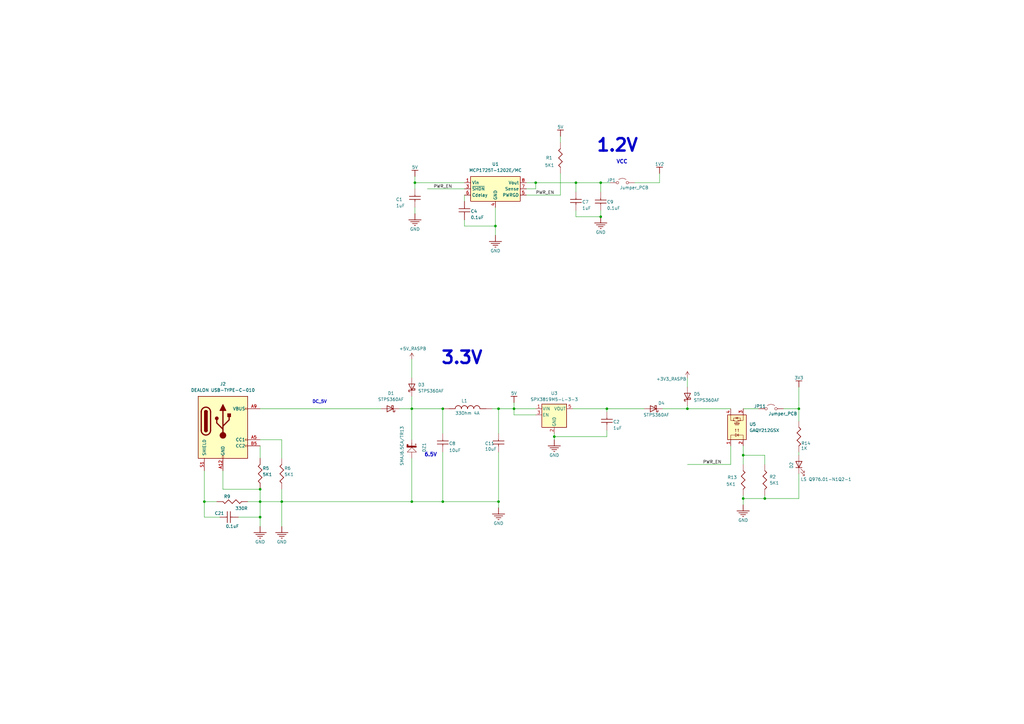
<source format=kicad_sch>
(kicad_sch (version 20231120) (generator "eeschema") (generator_version "8.0")
  (paper "A3")
  (title_block (title "HEXBERRY-V-20Q100") (date "2024-09-19") (rev "1.0") (company "LOGITILES by Hexcape") (comment 1 "Pier Francesco Maria Santi"))
  (lib_symbols
    (symbol "Connector:USB_C_Receptacle_PowerOnly_6P" (pin_names (offset 1.016))
      (property "Reference" "J2" (at 0 17.78 0))
      (property "Value" "DEALON USB-TYPE-C-010" (at 0 15.24 0))
      (symbol "USB_C_Receptacle_PowerOnly_6P_0_0"
        (rectangle (start -0.254 -12.7) (end 0.254 -11.684))
        (rectangle (start 10.16 -7.366) (end 9.144 -7.874))
        (rectangle (start 10.16 -4.826) (end 9.144 -5.334))
        (rectangle (start 10.16 7.874) (end 9.144 7.366))
      )
      (symbol "USB_C_Receptacle_PowerOnly_6P_0_1"
        (rectangle (start -10.16 12.7) (end 10.16 -12.7) (stroke (width 0.254)) (fill (type background)))
        (arc (start -8.89 -1.27) (mid -6.985 -3.1667) (end -5.08 -1.27) (stroke (width 0.508)))
        (arc (start -7.62 -1.27) (mid -6.985 -1.9023) (end -6.35 -1.27) (stroke (width 0.254)))
        (arc (start -7.62 -1.27) (mid -6.985 -1.9023) (end -6.35 -1.27) (stroke (width 0.254)) (fill (type outline)))
        (rectangle (start -7.62 -1.27) (end -6.35 6.35) (stroke (width 0.254)) (fill (type outline)))
        (arc (start -6.35 6.35) (mid -6.985 6.9823) (end -7.62 6.35) (stroke (width 0.254)))
        (arc (start -6.35 6.35) (mid -6.985 6.9823) (end -7.62 6.35) (stroke (width 0.254)) (fill (type outline)))
        (arc (start -5.08 6.35) (mid -6.985 8.2467) (end -8.89 6.35) (stroke (width 0.508)))
        (circle (center -2.54 3.683) (radius 0.635) (stroke (width 0.254)) (fill (type outline)))
        (circle (center 0 -3.302) (radius 1.27) (fill (type outline)))
        (polyline (pts (xy -8.89 -1.27) (xy -8.89 6.35)) (stroke (width 0.508)))
        (polyline (pts (xy -5.08 6.35) (xy -5.08 -1.27)) (stroke (width 0.508)))
        (polyline (pts (xy 0 -3.302) (xy 0 6.858)) (stroke (width 0.508)))
        (polyline (pts (xy 0 -0.762) (xy -2.54 1.778) (xy -2.54 3.048)) (stroke (width 0.508)))
        (polyline (pts (xy 0 0.508) (xy 2.54 3.048) (xy 2.54 4.318)) (stroke (width 0.508)))
        (polyline (pts (xy -1.27 6.858) (xy 0 9.398) (xy 1.27 6.858) (xy -1.27 6.858)) (stroke (width 0.254)) (fill (type outline)))
        (rectangle (start 1.905 4.318) (end 3.175 5.588) (stroke (width 0.254)) (fill (type outline)))
      )
      (symbol "USB_C_Receptacle_PowerOnly_6P_1_1"
        (pin passive line (at 0 -17.78 90) (length 5.08) (name "GND") (number "A12"))
        (pin bidirectional line (at 15.24 -5.08 180) (length 5.08) (name "CC1") (number "A5"))
        (pin passive line (at 15.24 7.62 180) (length 5.08) (name "VBUS") (number "A9"))
        (pin passive line (at 0 -17.78 90) (length 5.08) hide (name "GND") (number "B12"))
        (pin bidirectional line (at 15.24 -7.62 180) (length 5.08) (name "CC2") (number "B5"))
        (pin passive line (at 15.24 7.62 180) (length 5.08) hide (name "VBUS") (number "B9"))
        (pin passive line (at -7.62 -17.78 90) (length 5.08) (name "SHIELD") (number "S1"))
      )
    )
    (symbol "Device:D_Schottky" (pin_numbers hide) (pin_names (offset 1.016) hide)
      (property "Reference" "D" (at 0 2.54 0))
      (property "Value" "D_Schottky" (at 0 -2.54 0))
      (symbol "D_Schottky_0_1"
        (polyline (pts (xy 1.27 0) (xy -1.27 0)))
        (polyline (pts (xy 1.27 1.27) (xy 1.27 -1.27) (xy -1.27 0) (xy 1.27 1.27)) (stroke (width 0.254)))
        (polyline (pts (xy -1.905 0.635) (xy -1.905 1.27) (xy -1.27 1.27) (xy -1.27 -1.27) (xy -0.635 -1.27) (xy -0.635 -0.635)) (stroke (width 0.254)))
      )
      (symbol "D_Schottky_1_1"
        (pin passive line (at -3.81 0 0) (length 2.54) (name "K") (number "1"))
        (pin passive line (at 3.81 0 180) (length 2.54) (name "A") (number "2"))
      )
    )
    (symbol "Device:LED" (pin_numbers hide) (pin_names (offset 1.016) hide)
      (property "Reference" "D" (at 0 2.54 0))
      (property "Value" "LED" (at 0 -2.54 0))
      (symbol "LED_0_1"
        (polyline (pts (xy -1.27 -1.27) (xy -1.27 1.27)) (stroke (width 0.254)))
        (polyline (pts (xy -1.27 0) (xy 1.27 0)))
        (polyline (pts (xy 1.27 -1.27) (xy 1.27 1.27) (xy -1.27 0) (xy 1.27 -1.27)) (stroke (width 0.254)))
        (polyline (pts (xy -3.048 -0.762) (xy -4.572 -2.286) (xy -3.81 -2.286) (xy -4.572 -2.286) (xy -4.572 -1.524)))
        (polyline (pts (xy -1.778 -0.762) (xy -3.302 -2.286) (xy -2.54 -2.286) (xy -3.302 -2.286) (xy -3.302 -1.524)))
      )
      (symbol "LED_1_1"
        (pin passive line (at -3.81 0 0) (length 2.54) (name "K") (number "1"))
        (pin passive line (at 3.81 0 180) (length 2.54) (name "A") (number "2"))
      )
    )
    (symbol "Jumper:Jumper_2_Open" (pin_numbers hide) (pin_names (offset 0) hide) (exclude_from_sim yes)
      (property "Reference" "JP" (at 0 2.794 0))
      (property "Value" "Jumper_2_Open" (at 0 -2.286 0))
      (symbol "Jumper_2_Open_0_0"
        (circle (center -2.032 0) (radius 0.508))
        (circle (center 2.032 0) (radius 0.508))
      )
      (symbol "Jumper_2_Open_0_1"
        (arc (start 1.524 1.27) (mid 0 1.778) (end -1.524 1.27))
      )
      (symbol "Jumper_2_Open_1_1"
        (pin passive line (at -5.08 0 0) (length 2.54) (name "A") (number "1"))
        (pin passive line (at 5.08 0 180) (length 2.54) (name "B") (number "2"))
      )
    )
    (symbol "MCP1727-1202xMF_1"
      (property "Reference" "U4" (at 0 10.16 0))
      (property "Value" "MCP1725T-1202E/MC" (at 0 7.62 0))
      (symbol "MCP1727-1202xMF_1_0_0"
        (pin open_collector line (at 12.7 -2.54 180) (length 2.54) (name "PWRGD") (number "5"))
        (pin input line (at -12.7 -2.54 0) (length 2.54) (name "Cdelay") (number "6"))
        (pin input line (at 12.7 0 180) (length 2.54) (name "Sense") (number "7"))
        (pin power_out line (at 12.7 2.54 180) (length 2.54) (name "Vout") (number "8"))
      )
      (symbol "MCP1727-1202xMF_1_0_1"
        (rectangle (start -10.16 5.08) (end 10.16 -5.08) (stroke (width 0.254)) (fill (type background)))
      )
      (symbol "MCP1727-1202xMF_1_1_1"
        (pin power_in line (at -12.7 2.54 0) (length 2.54) (name "Vin") (number "1"))
        (pin passive line (at -12.7 2.54 0) (length 2.54) hide (name "Vin") (number "2"))
        (pin input line (at -12.7 0 0) (length 2.54) (name "~{SHDN}") (number "3"))
        (pin power_in line (at 0 -7.62 90) (length 2.54) (name "GND") (number "4"))
        (pin passive line (at 0 -7.62 90) (length 2.54) hide (name "GND") (number "9"))
      )
    )
    (symbol "PCM_Nuova-Elettronica-Diodes:Zener" (pin_numbers hide) (pin_names hide)
      (property "Reference" "DZ1" (at -0.635 5.08 0))
      (property "Value" "SM6T6V8CA" (at -1.27 -4.064 0))
      (symbol "Zener_1_1"
        (rectangle (start -1.8923 -1.4986) (end -0.6523 -2.0286) (stroke (width 0.01)) (fill (type outline)))
        (rectangle (start -1.27 1.8923) (end -0.635 -1.9939) (stroke (width 0.01)) (fill (type outline)))
        (polyline (pts (xy -2.54 0) (xy -1.27 0)))
        (polyline (pts (xy -0.635 0) (xy 1.27 1.905) (xy 1.27 -1.905) (xy -0.635 0)))
        (text "+" (at -1.875 1.5 0) (effects (font (size 0.8 0.8))))
        (pin passive line (at 3.81 0 180) (length 2.54) (name "A") (number "1"))
        (pin passive line (at -3.81 0 0) (length 2.54) (name "K") (number "2"))
      )
    )
    (symbol "Regulator_Linear:AP2112K-1.2" (pin_names (offset 0.254))
      (property "Reference" "U" (at -5.08 5.715 0))
      (property "Value" "AP2112K-1.2" (at 0 5.715 0))
      (symbol "AP2112K-1.2_0_1"
        (rectangle (start -5.08 4.445) (end 5.08 -5.08) (stroke (width 0.254)) (fill (type background)))
      )
      (symbol "AP2112K-1.2_1_1"
        (pin power_in line (at -7.62 2.54 0) (length 2.54) (name "VIN") (number "1"))
        (pin power_in line (at 0 -7.62 90) (length 2.54) (name "GND") (number "2"))
        (pin input line (at -7.62 0 0) (length 2.54) (name "EN") (number "3"))
        (pin no_connect line (at 5.08 0 180) (length 2.54) hide (name "NC") (number "4"))
        (pin power_out line (at 7.62 2.54 180) (length 2.54) (name "VOUT") (number "5"))
      )
    )
    (symbol "Relay_SolidState:CPC1002N"
      (property "Reference" "U" (at -5.08 5.08 0))
      (property "Value" "CPC1002N" (at 0 5.08 0))
      (symbol "CPC1002N_0_1"
        (rectangle (start -5.08 3.81) (end 5.08 -3.81) (stroke (width 0.254)) (fill (type background)))
        (polyline (pts (xy -3.81 -0.635) (xy -2.54 -0.635)))
        (polyline (pts (xy 1.016 0.762) (xy 1.016 -0.762)) (stroke (width 0.2032)))
        (polyline (pts (xy 1.524 -0.762) (xy 2.794 -0.762)))
        (polyline (pts (xy 3.429 0.381) (xy 4.191 0.381)))
        (polyline (pts (xy 1.524 -0.635) (xy 1.524 -0.889) (xy 1.524 -0.889)) (stroke (width 0.3556)))
        (polyline (pts (xy 1.524 0.127) (xy 1.524 -0.127) (xy 1.524 -0.127)) (stroke (width 0.3556)))
        (polyline (pts (xy 1.524 0.889) (xy 1.524 0.635) (xy 1.524 0.635)) (stroke (width 0.3556)))
        (polyline (pts (xy -5.08 2.54) (xy -3.175 2.54) (xy -3.175 -2.54) (xy -5.08 -2.54)))
        (polyline (pts (xy -3.175 -0.635) (xy -3.81 0.635) (xy -2.54 0.635) (xy -3.175 -0.635)))
        (polyline (pts (xy 1.524 0) (xy 2.794 0) (xy 2.794 -2.54) (xy 5.08 -2.54)))
        (polyline (pts (xy 1.524 0.762) (xy 2.794 0.762) (xy 2.794 2.54) (xy 5.08 2.54)))
        (polyline (pts (xy 1.778 0) (xy 2.286 0.127) (xy 2.286 -0.127) (xy 1.778 0)))
        (polyline (pts (xy 2.794 -1.397) (xy 3.81 -1.397) (xy 3.81 1.397) (xy 2.794 1.397)))
        (polyline (pts (xy 3.81 0.381) (xy 3.429 -0.381) (xy 4.191 -0.381) (xy 3.81 0.381)))
        (polyline (pts (xy -1.905 -0.508) (xy -0.635 -0.508) (xy -1.016 -0.635) (xy -1.016 -0.381) (xy -0.635 -0.508)))
        (polyline (pts (xy -1.905 0.508) (xy -0.635 0.508) (xy -1.016 0.381) (xy -1.016 0.635) (xy -0.635 0.508)))
        (circle (center 2.794 -1.397) (radius 0.127))
        (circle (center 2.794 -0.762) (radius 0.127))
        (circle (center 2.794 1.397) (radius 0.127))
      )
      (symbol "CPC1002N_1_1"
        (pin passive line (at -7.62 2.54 0) (length 2.54) (name "~") (number "1"))
        (pin passive line (at -7.62 -2.54 0) (length 2.54) (name "~") (number "2"))
        (pin passive line (at 7.62 -2.54 180) (length 2.54) (name "~") (number "3"))
        (pin passive line (at 7.62 2.54 180) (length 2.54) (name "~") (number "4"))
      )
    )
    (symbol "power:+3.3V" (power) (pin_names (offset 0))
      (property "Value" "+3.3V" (at 0 3.556 0))
      (symbol "+3.3V_0_1"
        (polyline (pts (xy -0.762 1.27) (xy 0 2.54)))
        (polyline (pts (xy 0 0) (xy 0 2.54)))
        (polyline (pts (xy 0 2.54) (xy 0.762 1.27)))
      )
      (symbol "+3.3V_1_1"
        (pin power_in line (at 0 0 90) (length 0) hide (name "+3V3") (number "1"))
      )
    )
    (symbol "power:+5V" (power) (pin_names (offset 0))
      (property "Value" "+5V" (at 0 3.556 0))
      (symbol "+5V_0_1"
        (polyline (pts (xy -0.762 1.27) (xy 0 2.54)))
        (polyline (pts (xy 0 0) (xy 0 2.54)))
        (polyline (pts (xy 0 2.54) (xy 0.762 1.27)))
      )
      (symbol "+5V_1_1"
        (pin power_in line (at 0 0 90) (length 0) hide (name "+5V") (number "1"))
      )
    )
    (symbol "prova-altium-import:1V2_BAR" (power)
      (property "Reference" "#PWR" (at 0 0 0))
      (property "Value" "1V2" (at 0 3.81 0))
      (symbol "1V2_BAR_0_0"
        (polyline (pts (xy -1.27 -2.54) (xy 1.27 -2.54)) (stroke (width 0.254)))
        (polyline (pts (xy 0 0) (xy 0 -2.54)) (stroke (width 0.254)))
        (pin power_in line (at 0 0 0) (length 0) hide (name "1V2") (number ""))
      )
    )
    (symbol "prova-altium-import:3V3_BAR" (power)
      (property "Reference" "#PWR" (at 0 0 0))
      (property "Value" "3V3" (at 0 3.81 0))
      (symbol "3V3_BAR_0_0"
        (polyline (pts (xy -1.27 -2.54) (xy 1.27 -2.54)) (stroke (width 0.254)))
        (polyline (pts (xy 0 0) (xy 0 -2.54)) (stroke (width 0.254)))
        (pin power_in line (at 0 0 0) (length 0) hide (name "3V3") (number ""))
      )
    )
    (symbol "prova-altium-import:5V_BAR" (power)
      (property "Reference" "#PWR" (at 0 0 0))
      (property "Value" "5V" (at 0 3.81 0))
      (symbol "5V_BAR_0_0"
        (polyline (pts (xy -1.27 -2.54) (xy 1.27 -2.54)) (stroke (width 0.254)))
        (polyline (pts (xy 0 0) (xy 0 -2.54)) (stroke (width 0.254)))
        (pin power_in line (at 0 0 0) (length 0) hide (name "5V") (number ""))
      )
    )
    (symbol "prova-altium-import:GND_POWER_GROUND" (power)
      (property "Reference" "#PWR" (at 0 0 0))
      (property "Value" "GND" (at 0 6.35 0))
      (symbol "GND_POWER_GROUND_0_0"
        (polyline (pts (xy -2.54 -2.54) (xy 2.54 -2.54)) (stroke (width 0.254)))
        (polyline (pts (xy -1.778 -3.302) (xy 1.778 -3.302)) (stroke (width 0.254)))
        (polyline (pts (xy -1.016 -4.064) (xy 1.016 -4.064)) (stroke (width 0.254)))
        (polyline (pts (xy -0.254 -4.826) (xy 0.254 -4.826)) (stroke (width 0.254)))
        (polyline (pts (xy 0 0) (xy 0 -2.54)) (stroke (width 0.254)))
        (pin power_in line (at 0 0 0) (length 0) hide (name "GND") (number ""))
      )
    )
    (symbol "prova-altium-import:root_0_CAP_0"
      (symbol "root_0_CAP_0_1_0"
        (polyline (pts (xy 0.254 -4.318) (xy 4.826 -4.318)) (stroke (width 0.254)))
        (polyline (pts (xy 0.254 -3.048) (xy 4.826 -3.048)) (stroke (width 0.254)))
        (polyline (pts (xy 2.54 -5.08) (xy 2.54 -4.318)) (stroke (width 0.254)))
        (polyline (pts (xy 2.54 -2.54) (xy 2.54 -3.048)) (stroke (width 0.254)))
        (pin passive line (at 2.54 0 270) (length 2.54) (name "1") (number "1"))
        (pin passive line (at 2.54 -7.62 90) (length 2.54) (name "2") (number "2"))
      )
    )
    (symbol "prova-altium-import:root_0_DO1608C-222MLB_0"
      (symbol "root_0_DO1608C-222MLB_0_1_0"
        (polyline (pts (xy 2.54 -2.54) (xy 5.08 -2.54)) (stroke (width 0.254)))
        (polyline (pts (xy 17.78 -2.54) (xy 15.24 -2.54)) (stroke (width 0.254)))
        (arc (start 6.35 -1.27) (mid 5.452 -1.642) (end 5.08 -2.54) (stroke (width 0.254)))
        (arc (start 7.62 -2.54) (mid 7.248 -1.642) (end 6.35 -1.27) (stroke (width 0.254)))
        (arc (start 8.89 -1.27) (mid 7.992 -1.642) (end 7.62 -2.54) (stroke (width 0.254)))
        (arc (start 10.16 -2.54) (mid 9.788 -1.642) (end 8.89 -1.27) (stroke (width 0.254)))
        (arc (start 11.43 -1.27) (mid 10.532 -1.642) (end 10.16 -2.54) (stroke (width 0.254)))
        (arc (start 12.7 -2.54) (mid 12.328 -1.642) (end 11.43 -1.27) (stroke (width 0.254)))
        (arc (start 13.97 -1.27) (mid 13.072 -1.642) (end 12.7 -2.54) (stroke (width 0.254)))
        (arc (start 15.24 -2.54) (mid 14.868 -1.642) (end 13.97 -1.27) (stroke (width 0.254)))
        (pin passive line (at 20.32 -2.54 180) (length 2.54) (name "1") (number "1"))
        (pin passive line (at 0 -2.54 0) (length 2.54) (name "2") (number "2"))
      )
    )
    (symbol "prova-altium-import:root_1_RES_0"
      (symbol "root_1_RES_0_1_0"
        (polyline (pts (xy 1.778 3.302) (xy 3.302 4.826)) (stroke (width 0.254)))
        (polyline (pts (xy 1.778 6.35) (xy 3.302 7.874)) (stroke (width 0.254)))
        (polyline (pts (xy 1.778 9.398) (xy 2.54 10.16)) (stroke (width 0.254)))
        (polyline (pts (xy 2.54 2.54) (xy 1.778 3.302)) (stroke (width 0.254)))
        (polyline (pts (xy 3.302 4.826) (xy 1.778 6.35)) (stroke (width 0.254)))
        (polyline (pts (xy 3.302 7.874) (xy 1.778 9.398)) (stroke (width 0.254)))
        (pin passive line (at 2.54 0 90) (length 2.54) (name "1") (number "1"))
        (pin passive line (at 2.54 12.7 270) (length 2.54) (name "2") (number "2"))
      )
    )
    (symbol "prova-altium-import:root_2_CAP_0"
      (symbol "root_2_CAP_0_1_0"
        (polyline (pts (xy -2.54 2.54) (xy -2.54 3.048)) (stroke (width 0.254)))
        (polyline (pts (xy -2.54 5.08) (xy -2.54 4.318)) (stroke (width 0.254)))
        (polyline (pts (xy -0.254 3.048) (xy -4.826 3.048)) (stroke (width 0.254)))
        (polyline (pts (xy -0.254 4.318) (xy -4.826 4.318)) (stroke (width 0.254)))
        (pin passive line (at -2.54 0 90) (length 2.54) (name "1") (number "1"))
        (pin passive line (at -2.54 7.62 270) (length 2.54) (name "2") (number "2"))
      )
    )
    (symbol "prova-altium-import:root_2_RES_0"
      (symbol "root_2_RES_0_1_0"
        (polyline (pts (xy -9.398 1.778) (xy -10.16 2.54)) (stroke (width 0.254)))
        (polyline (pts (xy -7.874 3.302) (xy -9.398 1.778)) (stroke (width 0.254)))
        (polyline (pts (xy -6.35 1.778) (xy -7.874 3.302)) (stroke (width 0.254)))
        (polyline (pts (xy -4.826 3.302) (xy -6.35 1.778)) (stroke (width 0.254)))
        (polyline (pts (xy -3.302 1.778) (xy -4.826 3.302)) (stroke (width 0.254)))
        (polyline (pts (xy -2.54 2.54) (xy -3.302 1.778)) (stroke (width 0.254)))
        (pin passive line (at 0 2.54 180) (length 2.54) (name "1") (number "1"))
        (pin passive line (at -12.7 2.54 0) (length 2.54) (name "2") (number "2"))
      )
    )
    (symbol "prova-altium-import:root_3_RES_0"
      (symbol "root_3_RES_0_1_0"
        (polyline (pts (xy -3.302 -7.874) (xy -1.778 -9.398)) (stroke (width 0.254)))
        (polyline (pts (xy -3.302 -4.826) (xy -1.778 -6.35)) (stroke (width 0.254)))
        (polyline (pts (xy -2.54 -2.54) (xy -1.778 -3.302)) (stroke (width 0.254)))
        (polyline (pts (xy -1.778 -9.398) (xy -2.54 -10.16)) (stroke (width 0.254)))
        (polyline (pts (xy -1.778 -6.35) (xy -3.302 -7.874)) (stroke (width 0.254)))
        (polyline (pts (xy -1.778 -3.302) (xy -3.302 -4.826)) (stroke (width 0.254)))
        (pin passive line (at -2.54 0 270) (length 2.54) (name "1") (number "1"))
        (pin passive line (at -2.54 -12.7 90) (length 2.54) (name "2") (number "2"))
      )
    )
  )
  (junction (at 246.38 74.93))
  (junction (at 115.57 205.74))
  (junction (at 210.82 167.64))
  (junction (at 219.71 74.93))
  (junction (at 204.47 167.64))
  (junction (at 236.22 74.93))
  (junction (at 204.47 205.74))
  (junction (at 327.66 167.64))
  (junction (at 168.91 205.74))
  (junction (at 304.8 186.69))
  (junction (at 227.33 179.07))
  (junction (at 203.2 92.71))
  (junction (at 170.18 74.93))
  (junction (at 106.68 200.66))
  (junction (at 181.61 205.74))
  (junction (at 181.61 167.64))
  (junction (at 281.94 167.64))
  (junction (at 313.69 204.47))
  (junction (at 106.68 212.09))
  (junction (at 304.8 204.47))
  (junction (at 83.82 205.74))
  (junction (at 248.92 167.64))
  (junction (at 246.38 88.9))
  (junction (at 168.91 167.64))
  (junction (at 106.68 205.74))
  (wire (pts (xy 210.82 167.64) (xy 210.82 165.1)))
  (wire (pts (xy 304.8 204.47) (xy 304.8 207.01)))
  (wire (pts (xy 227.33 179.07) (xy 227.33 180.34)))
  (wire (pts (xy 190.5 74.93) (xy 170.18 74.93)))
  (wire (pts (xy 236.22 74.93) (xy 246.38 74.93)))
  (wire (pts (xy 181.61 185.42) (xy 181.61 205.74)))
  (wire (pts (xy 281.94 167.64) (xy 299.72 167.64)))
  (wire (pts (xy 115.57 180.34) (xy 115.57 187.96)))
  (wire (pts (xy 170.18 87.63) (xy 170.18 85.09)))
  (wire (pts (xy 304.8 203.2) (xy 304.8 204.47)))
  (wire (pts (xy 313.69 204.47) (xy 327.66 204.47)))
  (wire (pts (xy 236.22 86.36) (xy 236.22 88.9)))
  (wire (pts (xy 163.83 167.64) (xy 168.91 167.64)))
  (wire (pts (xy 91.44 193.04) (xy 91.44 200.66)))
  (wire (pts (xy 204.47 185.42) (xy 204.47 205.74)))
  (wire (pts (xy 327.66 204.47) (xy 327.66 194.31)))
  (wire (pts (xy 215.9 77.47) (xy 219.71 77.47)))
  (wire (pts (xy 248.92 167.64) (xy 248.92 168.91)))
  (wire (pts (xy 83.82 193.04) (xy 83.82 205.74)))
  (wire (pts (xy 327.66 185.42) (xy 327.66 186.69)))
  (wire (pts (xy 321.31 167.64) (xy 327.66 167.64)))
  (wire (pts (xy 181.61 205.74) (xy 204.47 205.74)))
  (wire (pts (xy 229.87 55.88) (xy 229.87 58.42)))
  (wire (pts (xy 236.22 88.9) (xy 246.38 88.9)))
  (wire (pts (xy 215.9 74.93) (xy 219.71 74.93)))
  (wire (pts (xy 204.47 167.64) (xy 210.82 167.64)))
  (wire (pts (xy 219.71 77.47) (xy 219.71 74.93)))
  (wire (pts (xy 313.69 203.2) (xy 313.69 204.47)))
  (wire (pts (xy 168.91 167.64) (xy 181.61 167.64)))
  (wire (pts (xy 215.9 80.01) (xy 229.87 80.01)))
  (wire (pts (xy 299.72 190.5) (xy 299.72 182.88)))
  (wire (pts (xy 248.92 179.07) (xy 227.33 179.07)))
  (wire (pts (xy 281.94 154.94) (xy 281.94 158.75)))
  (wire (pts (xy 190.5 90.17) (xy 190.5 92.71)))
  (wire (pts (xy 204.47 208.28) (xy 204.47 205.74)))
  (wire (pts (xy 248.92 176.53) (xy 248.92 179.07)))
  (wire (pts (xy 246.38 74.93) (xy 250.19 74.93)))
  (wire (pts (xy 106.68 205.74) (xy 106.68 200.66)))
  (wire (pts (xy 327.66 158.75) (xy 327.66 167.64)))
  (wire (pts (xy 190.5 82.55) (xy 190.5 80.01)))
  (wire (pts (xy 219.71 74.93) (xy 236.22 74.93)))
  (wire (pts (xy 210.82 170.18) (xy 219.71 170.18)))
  (wire (pts (xy 101.6 205.74) (xy 106.68 205.74)))
  (wire (pts (xy 204.47 177.8) (xy 204.47 167.64)))
  (wire (pts (xy 181.61 167.64) (xy 181.61 177.8)))
  (wire (pts (xy 168.91 205.74) (xy 181.61 205.74)))
  (wire (pts (xy 210.82 167.64) (xy 219.71 167.64)))
  (wire (pts (xy 281.94 190.5) (xy 299.72 190.5)))
  (wire (pts (xy 210.82 170.18) (xy 210.82 167.64)))
  (wire (pts (xy 248.92 167.64) (xy 234.95 167.64)))
  (wire (pts (xy 106.68 205.74) (xy 106.68 212.09)))
  (wire (pts (xy 203.2 92.71) (xy 203.2 96.52)))
  (wire (pts (xy 304.8 186.69) (xy 304.8 190.5)))
  (wire (pts (xy 115.57 215.9) (xy 115.57 205.74)))
  (wire (pts (xy 327.66 167.64) (xy 327.66 172.72)))
  (wire (pts (xy 260.35 74.93) (xy 270.51 74.93)))
  (wire (pts (xy 170.18 74.93) (xy 170.18 77.47)))
  (wire (pts (xy 246.38 86.36) (xy 246.38 88.9)))
  (wire (pts (xy 115.57 205.74) (xy 115.57 200.66)))
  (wire (pts (xy 83.82 205.74) (xy 83.82 212.09)))
  (wire (pts (xy 313.69 186.69) (xy 313.69 190.5)))
  (wire (pts (xy 270.51 71.12) (xy 270.51 74.93)))
  (wire (pts (xy 90.17 212.09) (xy 83.82 212.09)))
  (wire (pts (xy 106.68 182.88) (xy 106.68 187.96)))
  (wire (pts (xy 304.8 167.64) (xy 311.15 167.64)))
  (wire (pts (xy 304.8 186.69) (xy 313.69 186.69)))
  (wire (pts (xy 168.91 187.96) (xy 168.91 205.74)))
  (wire (pts (xy 203.2 85.09) (xy 203.2 92.71)))
  (wire (pts (xy 168.91 147.32) (xy 168.91 154.94)))
  (wire (pts (xy 227.33 177.8) (xy 227.33 179.07)))
  (wire (pts (xy 236.22 78.74) (xy 236.22 74.93)))
  (wire (pts (xy 190.5 77.47) (xy 175.26 77.47)))
  (wire (pts (xy 281.94 166.37) (xy 281.94 167.64)))
  (wire (pts (xy 115.57 205.74) (xy 168.91 205.74)))
  (wire (pts (xy 88.9 205.74) (xy 83.82 205.74)))
  (wire (pts (xy 271.78 167.64) (xy 281.94 167.64)))
  (wire (pts (xy 106.68 167.64) (xy 156.21 167.64)))
  (wire (pts (xy 248.92 167.64) (xy 264.16 167.64)))
  (wire (pts (xy 170.18 72.39) (xy 170.18 74.93)))
  (wire (pts (xy 91.44 200.66) (xy 106.68 200.66)))
  (wire (pts (xy 246.38 74.93) (xy 246.38 78.74)))
  (wire (pts (xy 106.68 180.34) (xy 115.57 180.34)))
  (wire (pts (xy 97.79 212.09) (xy 106.68 212.09)))
  (wire (pts (xy 168.91 162.56) (xy 168.91 167.64)))
  (wire (pts (xy 229.87 80.01) (xy 229.87 71.12)))
  (wire (pts (xy 190.5 92.71) (xy 203.2 92.71)))
  (wire (pts (xy 106.68 205.74) (xy 115.57 205.74)))
  (wire (pts (xy 168.91 167.64) (xy 168.91 180.34)))
  (wire (pts (xy 201.93 167.64) (xy 204.47 167.64)))
  (wire (pts (xy 304.8 204.47) (xy 313.69 204.47)))
  (wire (pts (xy 304.8 182.88) (xy 304.8 186.69)))
  (wire (pts (xy 106.68 212.09) (xy 106.68 215.9)))
  (text "6.5V" (at 173.99 187.452 0) (effects (font (size 1.524 1.524) (bold yes)) (justify left bottom)))
  (text "DC_5V" (at 128.016 165.608 0) (effects (font (size 1.27 1.27) (bold yes)) (justify left bottom)))
  (text "3.3V" (at 189.484 146.812 0) (effects (font (size 5.08 5.08) (thickness 1.016) (bold yes))))
  (text "1.2V" (at 253.238 59.69 0) (effects (font (size 5.08 5.08) (thickness 1.016) (bold yes))))
  (text "VCC" (at 252.73 67.31 0) (effects (font (size 1.524 1.524) (bold yes)) (justify left bottom)))
  (label "PWR_EN" (at 219.71 80.01 0))
  (label "PWR_EN" (at 288.29 190.5 0))
  (label "PWR_EN" (at 177.8 77.47 0))
  (symbol (lib_id "prova-altium-import:root_2_RES_0") (at 330.2 172.72 90) (unit 1)
    (property "Reference" "R14" (at 332.486 181.102 90) (effects (justify left bottom)))
    (property "Value" "1K" (at 331.216 183.134 90) (effects (justify left bottom)))
    (property "Footprint" "Resistor_SMD:R_0402_1005Metric" (effects (hide yes)))
    (property "Description" "Resistor" (effects (hide yes)))
    (property "21-000531" "*" (effects (hide yes)))
    (property "21-000532" "*" (effects (hide yes)))
    (property "21-000554" "*" (effects (hide yes)))
  )
  (symbol (lib_id "prova-altium-import:root_0_CAP_0") (at 246.38 168.91 0) (unit 1)
    (property "Reference" "C2" (at 251.46 173.736 0) (effects (justify left bottom)))
    (property "Value" "1uF" (at 251.46 176.276 0) (effects (justify left bottom)))
    (property "Footprint" "Capacitor_SMD:C_0402_1005Metric" (effects (hide yes)))
    (property "Description" "MLCC Capacitor" (effects (hide yes)))
    (property "05-000238" "*" (effects (hide yes)))
  )
  (symbol (lib_id "Device:D_Schottky") (at 267.97 167.64 180) (unit 1)
    (property "Reference" "D4" (at 271.272 165.354 0))
    (property "Value" "STPS360AF" (at 269.24 170.18 0))
    (property "Footprint" "Diode_SMD:D_SOD-128" (effects (hide yes)))
    (property "Description" "Schottky diode" (effects (hide yes)))
  )
  (symbol (lib_id "PCM_Nuova-Elettronica-Diodes:Zener") (at 168.91 184.15 270) (unit 1)
    (property "Reference" "DZ1" (at 173.99 183.515 0))
    (property "Value" "SMAJ6.5CA/TR13" (at 164.846 182.88 0))
    (property "Footprint" "Diode_SMD:D_SMA" (effects (hide yes)))
  )
  (symbol (lib_id "prova-altium-import:GND_POWER_GROUND") (at 246.38 88.9 0) (unit 1)
    (property "Reference" "#PWR011" (effects (hide yes)))
    (property "Value" "GND" (at 246.38 95.25 0))
  )
  (symbol (lib_id "prova-altium-import:GND_POWER_GROUND") (at 115.57 215.9 0) (unit 1)
    (property "Reference" "#PWR030" (effects (hide yes)))
    (property "Value" "GND" (at 115.57 222.25 0))
  )
  (symbol (lib_id "prova-altium-import:root_0_CAP_0") (at 233.68 78.74 0) (unit 1)
    (property "Reference" "C7" (at 238.76 83.566 0) (effects (justify left bottom)))
    (property "Value" "1uF" (at 238.76 86.106 0) (effects (justify left bottom)))
    (property "Footprint" "Capacitor_SMD:C_0402_1005Metric" (effects (hide yes)))
    (property "Description" "MLCC Capacitor" (effects (hide yes)))
    (property "05-000238" "*" (effects (hide yes)))
  )
  (symbol (lib_id "Relay_SolidState:CPC1002N") (at 302.26 175.26 90) (unit 1)
    (property "Reference" "U5" (at 307.34 173.9899 90) (effects (justify right)))
    (property "Value" "GAQY212GSX" (at 307.34 176.5299 90) (effects (justify right)))
    (property "Footprint" "Package_SO:SOP-4_3.8x4.1mm_P2.54mm" (effects (hide yes)))
    (property "Datasheet" "http://www.ixysic.com/home/pdfs.nsf/www/CPC1002N.pdf/$file/CPC1002N.pdf" (effects (hide yes)))
    (property "Description" "Form A, Solid State Relay (Photo MOSFET) 60V, 0.7A, 0.55Ohm, SOP-4" (effects (hide yes)))
  )
  (symbol (lib_id "prova-altium-import:root_0_DO1608C-222MLB_0") (at 181.61 165.1 0) (unit 1)
    (property "Reference" "L1" (at 189.23 165.1 0) (effects (justify left bottom)))
    (property "Value" "33Ohm 4A" (at 186.69 170.18 0) (effects (justify left bottom)))
    (property "Footprint" "Inductor_SMD:L_0603_1608Metric" (effects (hide yes)))
    (property "Description" "Power Inductor SMT 2.2uH 20% 4A" (effects (hide yes)))
    (property "11-000042" "*" (effects (hide yes)))
  )
  (symbol (lib_id "Connector:USB_C_Receptacle_PowerOnly_6P") (at 91.44 175.26 0) (unit 1)
    (property "Reference" "J2" (at 91.44 157.48 0))
    (property "Value" "DEALON USB-TYPE-C-010" (at 91.44 160.02 0))
    (property "Footprint" "Connector_USB:USB_C_Receptacle_GCT_USB4125-xx-x-0190_6P_TopMnt_Horizontal" (effects (hide yes)))
    (property "Datasheet" "https://www.usb.org/sites/default/files/documents/usb_type-c.zip" (effects (hide yes)))
    (property "Description" "USB Power-Only 6P Type-C Receptacle connector" (effects (hide yes)))
  )
  (symbol (lib_id "prova-altium-import:root_0_CAP_0") (at 167.64 77.47 0) (unit 1)
    (property "Reference" "C1" (at 162.4 82.55 0) (effects (justify left bottom)))
    (property "Value" "1uF" (at 162.4 85.09 0) (effects (justify left bottom)))
    (property "Footprint" "Capacitor_SMD:C_0402_1005Metric" (effects (hide yes)))
    (property "Description" "MLCC Capacitor" (effects (hide yes)))
    (property "05-000238" "*" (effects (hide yes)))
  )
  (symbol (lib_id "Regulator_Linear:AP2112K-1.2") (at 227.33 170.18 0) (unit 1)
    (property "Reference" "U3" (at 227.33 161.29 0))
    (property "Value" "SPX3819M5-L-3-3" (at 227.33 163.83 0))
    (property "Footprint" "Package_TO_SOT_SMD:SOT-23-5" (effects (hide yes)))
    (property "Datasheet" "https://www.diodes.com/assets/Datasheets/AP2112.pdf" (effects (hide yes)))
    (property "Description" "600mA low dropout linear regulator, with enable pin, 2.5V-6V input voltage range, 1.2V fixed positive output, SOT-23-5" (effects (hide yes)))
  )
  (symbol (lib_id "prova-altium-import:5V_BAR") (at 210.82 165.1 180) (unit 1)
    (property "Reference" "#PWR015" (effects (hide yes)))
    (property "Value" "5V" (at 210.82 161.29 0))
  )
  (symbol (lib_id "Device:D_Schottky") (at 160.02 167.64 180) (unit 1)
    (property "Reference" "D1" (at 160.3375 161.29 0))
    (property "Value" "STPS360AF" (at 160.3375 163.83 0))
    (property "Footprint" "Diode_SMD:D_SOD-128" (effects (hide yes)))
    (property "Description" "Schottky diode" (effects (hide yes)))
  )
  (symbol (lib_id "prova-altium-import:5V_BAR") (at 229.87 55.88 180) (unit 1)
    (property "Reference" "#PWR013" (effects (hide yes)))
    (property "Value" "5V" (at 229.87 52.07 0))
  )
  (symbol (lib_id "power:+3.3V") (at 281.94 154.94 0) (unit 1)
    (property "Reference" "#PWR029" (effects (hide yes)))
    (property "Value" "+3V3_RASPB" (at 275.336 155.448 0))
  )
  (symbol (lib_id "prova-altium-import:root_2_CAP_0") (at 248.92 86.36 0) (unit 1)
    (property "Reference" "C9" (at 248.92 83.566 0) (effects (justify left bottom)))
    (property "Value" "0.1uF" (at 248.92 86.106 0) (effects (justify left bottom)))
    (property "Footprint" "Capacitor_SMD:C_0402_1005Metric" (effects (hide yes)))
    (property "Description" "MLCC Capacitor" (effects (hide yes)))
    (property "05-000238" "*" (effects (hide yes)))
  )
  (symbol (lib_id "prova-altium-import:GND_POWER_GROUND") (at 304.8 207.01 0) (unit 1)
    (property "Reference" "#PWR031" (effects (hide yes)))
    (property "Value" "GND" (at 304.8 213.36 0))
  )
  (symbol (lib_id "prova-altium-import:root_0_CAP_0") (at 187.96 82.55 0) (unit 1)
    (property "Reference" "C4" (at 193.04 87.376 0) (effects (justify left bottom)))
    (property "Value" "0.1uF" (at 193.04 89.916 0) (effects (justify left bottom)))
    (property "Footprint" "Capacitor_SMD:C_0402_1005Metric" (effects (hide yes)))
    (property "Description" "MLCC Capacitor" (effects (hide yes)))
    (property "05-000238" "*" (effects (hide yes)))
  )
  (symbol (lib_id "prova-altium-import:GND_POWER_GROUND") (at 170.18 87.63 0) (unit 1)
    (property "Reference" "#PWR02" (effects (hide yes)))
    (property "Value" "GND" (at 170.18 93.98 0))
  )
  (symbol (lib_id "prova-altium-import:root_2_RES_0") (at 316.23 190.5 90) (unit 1)
    (property "Reference" "R2" (at 318.262 194.818 90) (effects (justify left bottom)))
    (property "Value" "5K1" (at 319.532 197.358 90) (effects (justify left bottom)))
    (property "Footprint" "Resistor_SMD:R_0402_1005Metric" (effects (hide yes)))
    (property "Description" "Resistor" (effects (hide yes)))
    (property "21-000531" "*" (effects (hide yes)))
    (property "21-000532" "*" (effects (hide yes)))
    (property "21-000554" "*" (effects (hide yes)))
  )
  (symbol (lib_id "prova-altium-import:root_1_RES_0") (at 104.14 200.66 0) (unit 1)
    (property "Reference" "R5" (at 107.696 192.786 0) (effects (justify left bottom)))
    (property "Value" "5K1" (at 107.696 195.326 0) (effects (justify left bottom)))
    (property "Footprint" "Resistor_SMD:R_0402_1005Metric" (effects (hide yes)))
    (property "Description" "Resistor" (effects (hide yes)))
    (property "21-000531" "*" (effects (hide yes)))
    (property "21-000532" "*" (effects (hide yes)))
    (property "21-000554" "*" (effects (hide yes)))
  )
  (symbol (lib_id "prova-altium-import:root_0_CAP_0") (at 90.17 214.63 90) (unit 1)
    (property "Reference" "C21" (at 91.948 209.804 90) (effects (justify left bottom)))
    (property "Value" "0.1uF" (at 98.044 215.138 90) (effects (justify left bottom)))
    (property "Footprint" "Capacitor_SMD:C_0402_1005Metric" (effects (hide yes)))
    (property "Description" "MLCC Capacitor" (effects (hide yes)))
    (property "05-000238" "*" (effects (hide yes)))
  )
  (symbol (lib_id "Device:LED") (at 327.66 190.5 90) (unit 1)
    (property "Reference" "D2" (at 324.612 189.484 0) (effects (justify right)))
    (property "Value" "LS Q976.01-N1Q2-1" (at 328.422 196.596 90) (effects (justify right)))
    (property "Footprint" "LED_SMD:LED_0603_1608Metric" (effects (hide yes)))
    (property "Description" "Light emitting diode" (effects (hide yes)))
  )
  (symbol (lib_id "Device:D_Schottky") (at 168.91 158.75 90) (unit 1)
    (property "Reference" "D3" (at 171.45 157.7974 90) (effects (justify right)))
    (property "Value" "STPS360AF" (at 171.45 160.3374 90) (effects (justify right)))
    (property "Footprint" "Diode_SMD:D_SOD-128" (effects (hide yes)))
    (property "Description" "Schottky diode" (effects (hide yes)))
  )
  (symbol (lib_id "Jumper:Jumper_2_Open") (at 255.27 74.93 0) (unit 1) (exclude_from_sim yes)
    (property "Reference" "JP1" (at 250.698 73.914 0))
    (property "Value" "Jumper_PCB" (at 260.096 76.962 0))
    (property "Footprint" "Jumper:SolderJumper-2_P1.3mm_Open_Pad1.0x1.5mm" (effects (hide yes)))
    (property "Description" "Jumper, 2-pole, open" (effects (hide yes)))
  )
  (symbol (lib_id "prova-altium-import:root_1_RES_0") (at 101.6 208.28 90) (unit 1)
    (property "Reference" "R9" (at 94.488 202.946 90) (effects (justify left bottom)))
    (property "Value" "330R" (at 101.6 207.772 90) (effects (justify left bottom)))
    (property "Footprint" "Resistor_SMD:R_0402_1005Metric" (effects (hide yes)))
    (property "Description" "Resistor" (effects (hide yes)))
    (property "21-000531" "*" (effects (hide yes)))
    (property "21-000532" "*" (effects (hide yes)))
    (property "21-000554" "*" (effects (hide yes)))
  )
  (symbol (lib_id "prova-altium-import:root_0_CAP_0") (at 201.93 177.8 0) (unit 1)
    (property "Reference" "C11" (at 198.882 182.626 0) (effects (justify left bottom)))
    (property "Value" "10uF" (at 198.882 184.912 0) (effects (justify left bottom)))
    (property "Footprint" "Capacitor_SMD:C_0603_1608Metric" (effects (hide yes)))
    (property "Description" "MLCC Capacitor" (effects (hide yes)))
    (property "05-000238" "*" (effects (hide yes)))
  )
  (symbol (lib_id "prova-altium-import:GND_POWER_GROUND") (at 203.2 96.52 0) (unit 1)
    (property "Reference" "#PWR07" (effects (hide yes)))
    (property "Value" "GND" (at 203.2 102.87 0))
  )
  (symbol (lib_id "Device:D_Schottky") (at 281.94 162.56 90) (unit 1)
    (property "Reference" "D5" (at 284.48 161.6074 90) (effects (justify right)))
    (property "Value" "STPS360AF" (at 284.48 164.1474 90) (effects (justify right)))
    (property "Footprint" "Diode_SMD:D_SOD-128" (effects (hide yes)))
    (property "Description" "Schottky diode" (effects (hide yes)))
  )
  (symbol (lib_id "prova-altium-import:1V2_BAR") (at 270.51 71.12 180) (unit 1)
    (property "Reference" "#PWR018" (effects (hide yes)))
    (property "Value" "1V2" (at 270.51 67.31 0))
  )
  (symbol (lib_name "MCP1727-1202xMF_1") (lib_id "Regulator_Linear:MCP1727-1202xMF") (at 203.2 77.47 0) (unit 1)
    (property "Reference" "U1" (at 203.2 67.31 0))
    (property "Value" "MCP1725T-1202E/MC" (at 203.2 69.85 0))
    (property "Footprint" "Package_DFN_QFN:DFN-8-1EP_3x3mm_P0.5mm_EP1.65x2.38mm_ThermalVias" (effects (hide yes)))
    (property "Datasheet" "https://ww1.microchip.com/downloads/aemDocuments/documents/APID/ProductDocuments/DataSheets/MCP1725-500-mA%2C-Low-Voltage%2C-Low-Quiescent-Current-LDO-Regulator-20002026C.pdf" (effects (hide yes)))
    (property "Description" "1.5A, Low Voltage, Low Quiescent Current LDO Regulator, 2.3 - 6V Input, Fixed 1.2V Output, 500mV Dropout, DFN-8" (effects (hide yes)))
  )
  (symbol (lib_id "prova-altium-import:GND_POWER_GROUND") (at 106.68 215.9 0) (unit 1)
    (property "Reference" "#PWR028" (effects (hide yes)))
    (property "Value" "GND" (at 106.68 222.25 0))
  )
  (symbol (lib_id "prova-altium-import:root_1_RES_0") (at 113.03 200.66 0) (unit 1)
    (property "Reference" "R6" (at 116.586 192.786 0) (effects (justify left bottom)))
    (property "Value" "5K1" (at 116.586 195.326 0) (effects (justify left bottom)))
    (property "Footprint" "Resistor_SMD:R_0402_1005Metric" (effects (hide yes)))
    (property "Description" "Resistor" (effects (hide yes)))
    (property "21-000531" "*" (effects (hide yes)))
    (property "21-000532" "*" (effects (hide yes)))
    (property "21-000554" "*" (effects (hide yes)))
  )
  (symbol (lib_id "prova-altium-import:3V3_BAR") (at 327.66 158.75 180) (unit 1)
    (property "Reference" "#PWR032" (effects (hide yes)))
    (property "Value" "3V3" (at 327.66 154.94 0))
  )
  (symbol (lib_id "prova-altium-import:GND_POWER_GROUND") (at 227.33 180.34 0) (unit 1)
    (property "Reference" "#PWR017" (effects (hide yes)))
    (property "Value" "GND" (at 227.33 186.69 0))
  )
  (symbol (lib_id "power:+5V") (at 168.91 147.32 0) (unit 1)
    (property "Reference" "#PWR010" (effects (hide yes)))
    (property "Value" "+5V_RASPB" (at 169.2783 142.9956 0))
  )
  (symbol (lib_id "prova-altium-import:5V_BAR") (at 170.18 72.39 180) (unit 1)
    (property "Reference" "#PWR01" (effects (hide yes)))
    (property "Value" "5V" (at 170.18 68.58 0))
  )
  (symbol (lib_id "prova-altium-import:GND_POWER_GROUND") (at 204.47 208.28 0) (unit 1)
    (property "Reference" "#PWR014" (effects (hide yes)))
    (property "Value" "GND" (at 204.47 214.63 0))
  )
  (symbol (lib_id "prova-altium-import:root_2_RES_0") (at 307.34 190.5 90) (unit 1)
    (property "Reference" "R13" (at 302.26 195.072 90) (effects (justify left bottom)))
    (property "Value" "5K1" (at 301.752 197.866 90) (effects (justify left bottom)))
    (property "Footprint" "Resistor_SMD:R_0402_1005Metric" (effects (hide yes)))
    (property "Description" "Resistor" (effects (hide yes)))
    (property "21-000531" "*" (effects (hide yes)))
    (property "21-000532" "*" (effects (hide yes)))
    (property "21-000554" "*" (effects (hide yes)))
  )
  (symbol (lib_id "prova-altium-import:root_3_RES_0") (at 227.33 71.12 180) (unit 1)
    (property "Reference" "R1" (at 226.568 64.008 0) (effects (justify left bottom)))
    (property "Value" "5K1" (at 227.33 67.056 0) (effects (justify left bottom)))
    (property "Footprint" "Resistor_SMD:R_0402_1005Metric" (effects (hide yes)))
    (property "Description" "Resistor" (effects (hide yes)))
    (property "21-000531" "*" (effects (hide yes)))
    (property "21-000532" "*" (effects (hide yes)))
    (property "21-000554" "*" (effects (hide yes)))
  )
  (symbol (lib_id "Jumper:Jumper_2_Open") (at 316.23 167.64 0) (unit 1) (exclude_from_sim yes)
    (property "Reference" "JP11" (at 311.658 166.624 0))
    (property "Value" "Jumper_PCB" (at 321.056 169.672 0))
    (property "Footprint" "Jumper:SolderJumper-2_P1.3mm_Open_Pad1.0x1.5mm" (effects (hide yes)))
    (property "Description" "Jumper, 2-pole, open" (effects (hide yes)))
  )
  (symbol (lib_id "prova-altium-import:root_0_CAP_0") (at 179.07 177.8 0) (unit 1)
    (property "Reference" "C8" (at 184.15 182.626 0) (effects (justify left bottom)))
    (property "Value" "10uF" (at 184.15 185.42 0) (effects (justify left bottom)))
    (property "Footprint" "Capacitor_SMD:C_0603_1608Metric" (effects (hide yes)))
    (property "Description" "MLCC Capacitor" (effects (hide yes)))
    (property "05-000238" "*" (effects (hide yes)))
  )
)
</source>
